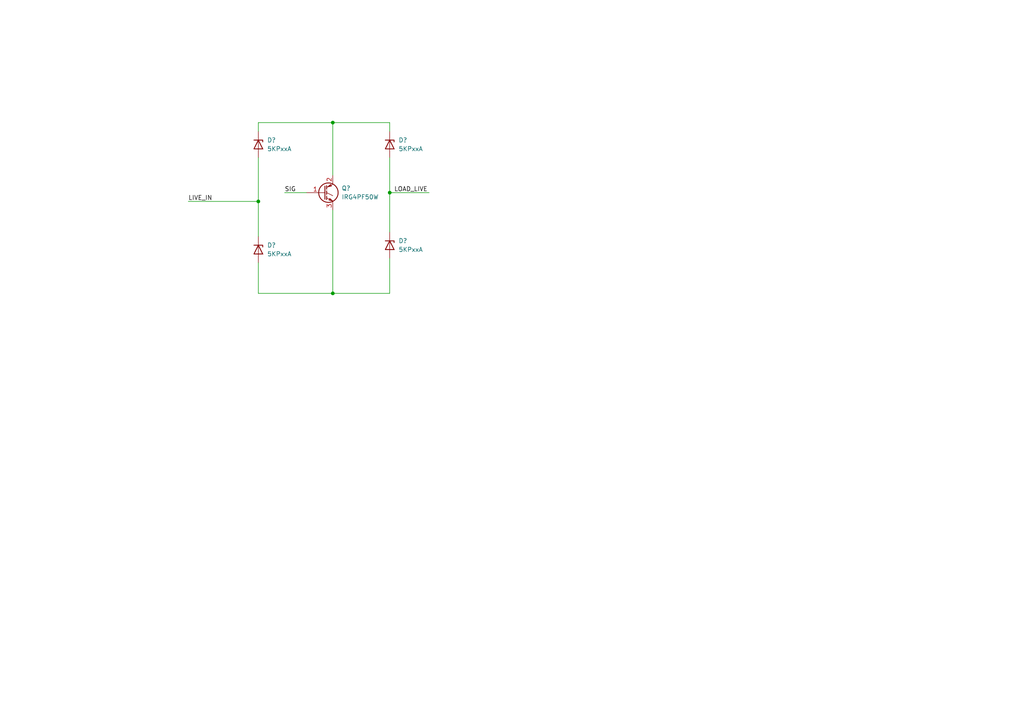
<source format=kicad_sch>
(kicad_sch (version 20211123) (generator eeschema)
  (paper "A4")
  (lib_symbols
    (symbol "Diode:5KPxxA" (pin_numbers hide) (pin_names (offset 1.016) hide)
      (property "Reference" "D" (at 0 2.54 0))
      (property "Value" "5KPxxA" (at 0 -2.54 0))
      (symbol "5KPxxA_0_1"
        (polyline (pts (xy 1.27 0) (xy -1.27 0)))
        (polyline (pts (xy -0.762 1.27) (xy -1.27 1.27) (xy -1.27 -1.27)) (stroke (width 0.254)))
        (polyline (pts (xy 1.27 1.27) (xy 1.27 -1.27) (xy -1.27 0) (xy 1.27 1.27)) (stroke (width 0.254)))
      )
      (symbol "5KPxxA_1_1"
        (pin passive line (at -3.81 0 0) (length 2.54) (name "A1") (number "1"))
        (pin passive line (at 3.81 0 180) (length 2.54) (name "A2") (number "2"))
      )
    )
    (symbol "Transistor_IGBT:IRG4PF50W" (pin_names (offset 0) hide)
      (property "Reference" "Q" (at 5.08 1.905 0))
      (property "Value" "IRG4PF50W" (at 5.08 0 0))
      (symbol "IRG4PF50W_0_1"
        (polyline (pts (xy 0 0) (xy 0.254 0)))
        (polyline (pts (xy 0.762 -1.016) (xy 0.762 -2.032)) (stroke (width 0.254)))
        (polyline (pts (xy 0.762 0.508) (xy 0.762 -0.508)) (stroke (width 0.254)))
        (polyline (pts (xy 0.762 2.032) (xy 0.762 1.016)) (stroke (width 0.254)))
        (polyline (pts (xy 2.54 -2.413) (xy 0.762 -1.524)))
        (polyline (pts (xy 2.54 -0.889) (xy 0.762 0)))
        (polyline (pts (xy 2.54 2.413) (xy 0.762 1.524)))
        (polyline (pts (xy 0.254 1.905) (xy 0.254 -1.905) (xy 0.254 -1.905)) (stroke (width 0.254)))
        (polyline (pts (xy 1.397 -2.159) (xy 1.651 -1.651) (xy 2.54 -2.413) (xy 1.397 -2.159)) (fill (type outline)))
        (polyline (pts (xy 2.159 1.905) (xy 1.905 2.413) (xy 1.016 1.651) (xy 2.159 1.905)) (fill (type outline)))
        (circle (center 1.27 0) (radius 2.8194) (stroke (width 0.254)))
      )
      (symbol "IRG4PF50W_1_1"
        (pin input line (at -5.08 0 0) (length 5.08) (name "G") (number "1"))
        (pin passive line (at 2.54 5.08 270) (length 2.54) (name "C") (number "2"))
        (pin passive line (at 2.54 -5.08 90) (length 2.54) (name "E") (number "3"))
      )
    )
  )
  (junction (at 96.52 85.09))
  (junction (at 96.52 35.56))
  (junction (at 113.03 55.88))
  (junction (at 74.93 58.42))
  (wire (pts (xy 82.55 55.88) (xy 88.9 55.88)))
  (wire (pts (xy 113.03 35.56) (xy 113.03 38.1)))
  (wire (pts (xy 113.03 55.88) (xy 124.46 55.88)))
  (wire (pts (xy 96.52 60.96) (xy 96.52 85.09)))
  (wire (pts (xy 74.93 76.2) (xy 74.93 85.09)))
  (wire (pts (xy 74.93 45.72) (xy 74.93 58.42)))
  (wire (pts (xy 74.93 35.56) (xy 96.52 35.56)))
  (wire (pts (xy 96.52 85.09) (xy 113.03 85.09)))
  (wire (pts (xy 113.03 85.09) (xy 113.03 74.93)))
  (wire (pts (xy 113.03 55.88) (xy 113.03 67.31)))
  (wire (pts (xy 74.93 85.09) (xy 96.52 85.09)))
  (wire (pts (xy 54.61 58.42) (xy 74.93 58.42)))
  (wire (pts (xy 74.93 35.56) (xy 74.93 38.1)))
  (wire (pts (xy 113.03 45.72) (xy 113.03 55.88)))
  (wire (pts (xy 74.93 58.42) (xy 74.93 68.58)))
  (wire (pts (xy 96.52 35.56) (xy 96.52 50.8)))
  (wire (pts (xy 96.52 35.56) (xy 113.03 35.56)))
  (label "SIG" (at 82.55 55.88 0))
  (label "LOAD_LIVE" (at 114.3 55.88 0))
  (label "LIVE_IN" (at 54.61 58.42 0))
  (symbol (lib_id "Diode:5KPxxA") (at 113.03 71.12 270) (unit 1)
    (property "Reference" "D?" (at 115.57 69.8499 90) (effects (justify left)))
    (property "Value" "5KPxxA" (at 115.57 72.3899 90) (effects (justify left)))
    (property "Footprint" "Diode_THT:D_P600_R-6_P20.00mm_Horizontal" (effects hide))
    (property "Datasheet" "https://diotec.com/tl_files/diotec/files/pdf/datasheets/5kp65.pdf" (effects hide))
  )
  (symbol (lib_id "Diode:5KPxxA") (at 113.03 41.91 270) (unit 1)
    (property "Reference" "D?" (at 115.57 40.6399 90) (effects (justify left)))
    (property "Value" "5KPxxA" (at 115.57 43.1799 90) (effects (justify left)))
    (property "Footprint" "Diode_THT:D_P600_R-6_P20.00mm_Horizontal" (effects hide))
    (property "Datasheet" "https://diotec.com/tl_files/diotec/files/pdf/datasheets/5kp65.pdf" (effects hide))
  )
  (symbol (lib_id "Diode:5KPxxA") (at 74.93 72.39 270) (unit 1)
    (property "Reference" "D?" (at 77.47 71.1199 90) (effects (justify left)))
    (property "Value" "5KPxxA" (at 77.47 73.6599 90) (effects (justify left)))
    (property "Footprint" "Diode_THT:D_P600_R-6_P20.00mm_Horizontal" (effects hide))
    (property "Datasheet" "https://diotec.com/tl_files/diotec/files/pdf/datasheets/5kp65.pdf" (effects hide))
  )
  (symbol (lib_id "Diode:5KPxxA") (at 74.93 41.91 270) (unit 1)
    (property "Reference" "D?" (at 77.47 40.6399 90) (effects (justify left)))
    (property "Value" "5KPxxA" (at 77.47 43.1799 90) (effects (justify left)))
    (property "Footprint" "Diode_THT:D_P600_R-6_P20.00mm_Horizontal" (effects hide))
    (property "Datasheet" "https://diotec.com/tl_files/diotec/files/pdf/datasheets/5kp65.pdf" (effects hide))
  )
  (symbol (lib_id "Transistor_IGBT:IRG4PF50W") (at 93.98 55.88 0) (unit 1)
    (property "Reference" "Q?" (at 99.06 54.6099 0) (effects (justify left)))
    (property "Value" "IRG4PF50W" (at 99.06 57.1499 0) (effects (justify left)))
    (property "Footprint" "Package_TO_SOT_THT:TO-247-3_Vertical" (effects hide))
    (property "Datasheet" "http://www.irf.com/product-info/datasheets/data/irg4pf50w.pdf" (effects hide))
  )
)
</source>
